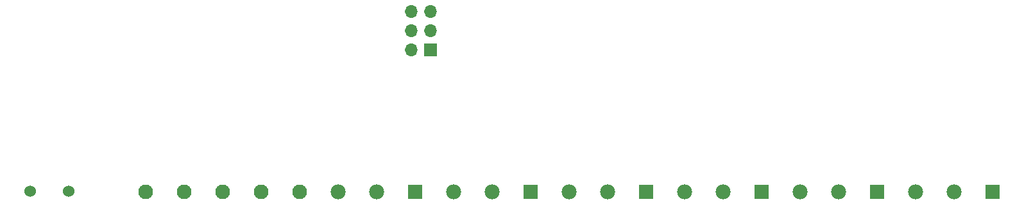
<source format=gbs>
%TF.GenerationSoftware,KiCad,Pcbnew,7.0.6*%
%TF.CreationDate,2025-01-03T16:41:25+10:30*%
%TF.ProjectId,Security Panel Mainboard,53656375-7269-4747-9920-50616e656c20,rev?*%
%TF.SameCoordinates,Original*%
%TF.FileFunction,Soldermask,Bot*%
%TF.FilePolarity,Negative*%
%FSLAX46Y46*%
G04 Gerber Fmt 4.6, Leading zero omitted, Abs format (unit mm)*
G04 Created by KiCad (PCBNEW 7.0.6) date 2025-01-03 16:41:25*
%MOMM*%
%LPD*%
G01*
G04 APERTURE LIST*
%ADD10R,1.980000X1.980000*%
%ADD11C,1.980000*%
%ADD12R,1.700000X1.700000*%
%ADD13O,1.700000X1.700000*%
%ADD14C,1.524000*%
%ADD15C,1.950000*%
G04 APERTURE END LIST*
D10*
%TO.C,J5*%
X183388000Y-150876000D03*
D11*
X178308000Y-150876000D03*
X173228000Y-150876000D03*
%TD*%
D12*
%TO.C,J9*%
X124465000Y-132065000D03*
D13*
X121925000Y-132065000D03*
X124465000Y-129525000D03*
X121925000Y-129525000D03*
X124465000Y-126985000D03*
X121925000Y-126985000D03*
%TD*%
D14*
%TO.C,J8*%
X71653400Y-150775299D03*
X76733400Y-150775299D03*
%TD*%
D10*
%TO.C,J3*%
X152908000Y-150876000D03*
D11*
X147828000Y-150876000D03*
X142748000Y-150876000D03*
%TD*%
D10*
%TO.C,J2*%
X137668000Y-150876000D03*
D11*
X132588000Y-150876000D03*
X127508000Y-150876000D03*
%TD*%
D10*
%TO.C,J1*%
X122428000Y-150876000D03*
D11*
X117348000Y-150876000D03*
X112268000Y-150876000D03*
%TD*%
D10*
%TO.C,J4*%
X168148000Y-150876000D03*
D11*
X163068000Y-150876000D03*
X157988000Y-150876000D03*
%TD*%
D10*
%TO.C,J6*%
X198628000Y-150876000D03*
D11*
X193548000Y-150876000D03*
X188468000Y-150876000D03*
%TD*%
D15*
%TO.C,J7*%
X107188000Y-150876000D03*
X102108000Y-150876000D03*
X97028000Y-150876000D03*
X91948000Y-150876000D03*
X86868000Y-150876000D03*
%TD*%
M02*

</source>
